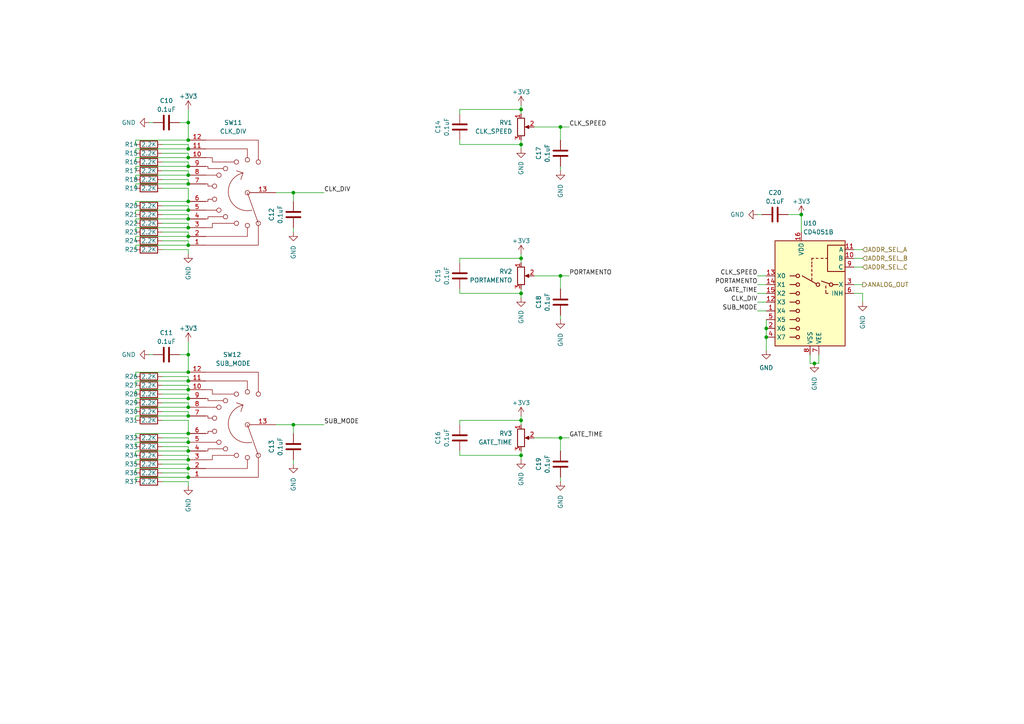
<source format=kicad_sch>
(kicad_sch (version 20211123) (generator eeschema)
  (paper "A4")
  (lib_symbols
    (symbol "Analog_Switch:CD4051B"
      (property "Reference" "U" (at -10.16 16.51 0))
      (property "Value" "CD4051B" (at 3.81 16.51 0))
      (symbol "CD4051B_0_1"
        (rectangle (start -10.16 6.35) (end -5.08 13.97) (stroke (width 0.254)))
        (rectangle (start -10.16 15.24) (end 10.16 -15.24) (stroke (width 0.254)) (fill (type background)))
        (circle (center -6.096 2.54) (radius 0.508) (stroke (width 0.254)))
        (circle (center -2.286 2.54) (radius 0.508) (stroke (width 0.254)))
        (polyline (pts (xy -8.128 2.54) (xy -6.604 2.54)) (stroke (width 0.254)))
        (polyline (pts (xy -5.588 2.794) (xy -3.302 3.556)) (stroke (width 0.254)))
        (polyline (pts (xy -4.572 0) (xy -5.207 0)) (stroke (width 0.254)))
        (polyline (pts (xy -4.572 0.254) (xy -4.572 0.889)) (stroke (width 0.254)))
        (polyline (pts (xy -4.572 1.524) (xy -4.572 2.159)) (stroke (width 0.254)))
        (polyline (pts (xy -4.572 10.16) (xy -5.08 10.16)) (stroke (width 0.254)))
        (polyline (pts (xy -3.81 10.16) (xy -3.175 10.16)) (stroke (width 0.254)))
        (polyline (pts (xy -1.778 2.794) (xy 2.286 5.08)) (stroke (width 0.254)))
        (polyline (pts (xy -1.778 10.16) (xy -2.286 10.16)) (stroke (width 0.254)))
        (polyline (pts (xy -0.508 3.81) (xy -0.508 4.445)) (stroke (width 0.254)))
        (polyline (pts (xy -0.508 5.08) (xy -0.508 5.715)) (stroke (width 0.254)))
        (polyline (pts (xy -0.508 6.35) (xy -0.508 6.985)) (stroke (width 0.254)))
        (polyline (pts (xy -0.508 7.62) (xy -0.508 8.255)) (stroke (width 0.254)))
        (polyline (pts (xy -0.508 8.636) (xy -0.508 9.144)) (stroke (width 0.254)))
        (polyline (pts (xy -0.508 9.652) (xy -0.508 10.16)) (stroke (width 0.254)))
        (polyline (pts (xy -0.508 10.16) (xy -1.016 10.16)) (stroke (width 0.254)))
        (polyline (pts (xy 4.064 -12.7) (xy 5.842 -12.7)) (stroke (width 0.254)))
        (polyline (pts (xy 4.064 -10.16) (xy 5.842 -10.16)) (stroke (width 0.254)))
        (polyline (pts (xy 4.064 -7.62) (xy 5.842 -7.62)) (stroke (width 0.254)))
        (polyline (pts (xy 4.064 -5.08) (xy 5.842 -5.08)) (stroke (width 0.254)))
        (polyline (pts (xy 4.064 -2.54) (xy 5.842 -2.54)) (stroke (width 0.254)))
        (polyline (pts (xy 4.064 0) (xy 5.842 0)) (stroke (width 0.254)))
        (polyline (pts (xy 4.064 2.54) (xy 5.842 2.54)) (stroke (width 0.254)))
        (polyline (pts (xy 4.064 5.08) (xy 5.842 5.08)) (stroke (width 0.254)))
        (circle (center 3.556 -12.7) (radius 0.508) (stroke (width 0.254)))
        (circle (center 3.556 -10.16) (radius 0.508) (stroke (width 0.254)))
        (circle (center 3.556 -7.62) (radius 0.508) (stroke (width 0.254)))
        (circle (center 3.556 -5.08) (radius 0.508) (stroke (width 0.254)))
        (circle (center 3.556 -2.54) (radius 0.508) (stroke (width 0.254)))
        (circle (center 3.556 0) (radius 0.508) (stroke (width 0.254)))
        (circle (center 3.556 2.54) (radius 0.508) (stroke (width 0.254)))
        (circle (center 3.556 5.08) (radius 0.508) (stroke (width 0.254)))
      )
      (symbol "CD4051B_1_1"
        (pin bidirectional line (at 12.7 -5.08 180) (length 2.54) (name "X4") (number "1"))
        (pin input line (at -12.7 10.16 0) (length 2.54) (name "B") (number "10"))
        (pin input line (at -12.7 12.7 0) (length 2.54) (name "A") (number "11"))
        (pin bidirectional line (at 12.7 -2.54 180) (length 2.54) (name "X3") (number "12"))
        (pin bidirectional line (at 12.7 5.08 180) (length 2.54) (name "X0") (number "13"))
        (pin bidirectional line (at 12.7 2.54 180) (length 2.54) (name "X1") (number "14"))
        (pin bidirectional line (at 12.7 0 180) (length 2.54) (name "X2") (number "15"))
        (pin power_in line (at 2.54 17.78 270) (length 2.54) (name "VDD") (number "16"))
        (pin bidirectional line (at 12.7 -10.16 180) (length 2.54) (name "X6") (number "2"))
        (pin bidirectional line (at -12.7 2.54 0) (length 2.54) (name "X") (number "3"))
        (pin bidirectional line (at 12.7 -12.7 180) (length 2.54) (name "X7") (number "4"))
        (pin bidirectional line (at 12.7 -7.62 180) (length 2.54) (name "X5") (number "5"))
        (pin input line (at -12.7 0 0) (length 2.54) (name "INH") (number "6"))
        (pin power_in line (at -2.54 -17.78 90) (length 2.54) (name "VEE") (number "7"))
        (pin power_in line (at 0 -17.78 90) (length 2.54) (name "VSS") (number "8"))
        (pin input line (at -12.7 7.62 0) (length 2.54) (name "C") (number "9"))
      )
    )
    (symbol "Device:C" (pin_numbers hide) (pin_names (offset 0.254))
      (property "Reference" "C" (at 0.635 2.54 0))
      (property "Value" "C" (at 0.635 -2.54 0))
      (symbol "C_0_1"
        (polyline (pts (xy -2.032 -0.762) (xy 2.032 -0.762)) (stroke (width 0.508)))
        (polyline (pts (xy -2.032 0.762) (xy 2.032 0.762)) (stroke (width 0.508)))
      )
      (symbol "C_1_1"
        (pin passive line (at 0 3.81 270) (length 2.794) (name "~") (number "1"))
        (pin passive line (at 0 -3.81 90) (length 2.794) (name "~") (number "2"))
      )
    )
    (symbol "Device:R" (pin_numbers hide) (pin_names (offset 0))
      (property "Reference" "R" (at 2.032 0 90))
      (property "Value" "R" (at 0 0 90))
      (symbol "R_0_1"
        (rectangle (start -1.016 -2.54) (end 1.016 2.54) (stroke (width 0.254)))
      )
      (symbol "R_1_1"
        (pin passive line (at 0 3.81 270) (length 1.27) (name "~") (number "1"))
        (pin passive line (at 0 -3.81 90) (length 1.27) (name "~") (number "2"))
      )
    )
    (symbol "Device:R_Potentiometer" (pin_names (offset 1.016) hide)
      (property "Reference" "RV" (at -4.445 0 90))
      (property "Value" "R_Potentiometer" (at -2.54 0 90))
      (symbol "R_Potentiometer_0_1"
        (polyline (pts (xy 2.54 0) (xy 1.524 0)))
        (polyline (pts (xy 1.143 0) (xy 2.286 0.508) (xy 2.286 -0.508) (xy 1.143 0)) (fill (type outline)))
        (rectangle (start 1.016 2.54) (end -1.016 -2.54) (stroke (width 0.254)))
      )
      (symbol "R_Potentiometer_1_1"
        (pin passive line (at 0 3.81 270) (length 1.27) (name "1") (number "1"))
        (pin passive line (at 3.81 0 180) (length 1.27) (name "2") (number "2"))
        (pin passive line (at 0 -3.81 90) (length 1.27) (name "3") (number "3"))
      )
    )
    (symbol "Switch:SW_Rotary12" (pin_names (offset 1.016) hide)
      (property "Reference" "SW" (at 0 17.78 0))
      (property "Value" "SW_Rotary12" (at 0 -17.78 0))
      (symbol "SW_Rotary12_0_0"
        (circle (center -10.16 -8.89) (radius 0.635))
        (circle (center -10.16 8.89) (radius 0.635))
        (circle (center -6.985 -9.525) (radius 0.635))
        (circle (center -6.985 0) (radius 0.635))
        (circle (center -6.985 9.525) (radius 0.635))
        (arc (start -5.715 -5.715) (mid -1.5995 0.937) (end -8.255 5.08))
        (circle (center -3.81 -8.89) (radius 0.635))
        (circle (center -3.81 8.89) (radius 0.635))
        (circle (center -0.635 -6.985) (radius 0.635))
        (circle (center -0.635 6.985) (radius 0.635))
        (polyline (pts (xy -6.985 0) (xy -10.16 8.89)))
        (polyline (pts (xy -5.715 -5.715) (xy -5.08 -3.81)))
        (polyline (pts (xy -5.715 -5.715) (xy -3.81 -6.35)))
        (polyline (pts (xy 1.905 -5.08) (xy 5.08 -5.08)))
        (polyline (pts (xy 1.905 5.08) (xy 5.08 5.08)))
        (polyline (pts (xy -10.16 -9.525) (xy -10.16 -15.24) (xy 5.08 -15.24)))
        (polyline (pts (xy -10.16 9.525) (xy -10.16 15.24) (xy 5.08 15.24)))
        (polyline (pts (xy -6.985 -10.16) (xy -6.985 -12.7) (xy 5.08 -12.7)))
        (polyline (pts (xy -6.985 10.16) (xy -6.985 12.7) (xy 5.08 12.7)))
        (polyline (pts (xy -3.175 -8.89) (xy 3.175 -8.89) (xy 3.175 -10.16) (xy 5.08 -10.16)))
        (polyline (pts (xy -3.175 8.89) (xy 3.175 8.89) (xy 3.175 10.16) (xy 5.08 10.16)))
        (polyline (pts (xy 0 -6.985) (xy 4.445 -6.985) (xy 4.445 -7.62) (xy 5.08 -7.62)))
        (polyline (pts (xy 0 6.985) (xy 4.445 6.985) (xy 4.445 7.62) (xy 5.08 7.62)))
        (polyline (pts (xy 3.175 -1.905) (xy 4.445 -1.905) (xy 4.445 -2.54) (xy 5.08 -2.54)))
        (polyline (pts (xy 3.175 1.905) (xy 4.445 1.905) (xy 4.445 2.54) (xy 5.08 2.54)))
        (circle (center 1.27 -5.08) (radius 0.635))
        (circle (center 1.27 5.08) (radius 0.635))
        (circle (center 2.54 -1.905) (radius 0.635))
        (circle (center 2.54 1.905) (radius 0.635))
      )
      (symbol "SW_Rotary12_0_1"
        (pin passive line (at 10.16 15.24 180) (length 5.08) (name "1") (number "1"))
        (pin passive line (at 10.16 -10.16 180) (length 5.08) (name "10") (number "10"))
        (pin passive line (at 10.16 -12.7 180) (length 5.08) (name "11") (number "11"))
        (pin passive line (at 10.16 -15.24 180) (length 5.08) (name "12") (number "12"))
        (pin passive line (at -15.24 0 0) (length 7.62) (name "13") (number "13"))
        (pin passive line (at 10.16 12.7 180) (length 5.08) (name "2") (number "2"))
        (pin passive line (at 10.16 10.16 180) (length 5.08) (name "3") (number "3"))
        (pin passive line (at 10.16 7.62 180) (length 5.08) (name "4") (number "4"))
        (pin passive line (at 10.16 5.08 180) (length 5.08) (name "5") (number "5"))
        (pin passive line (at 10.16 2.54 180) (length 5.08) (name "6") (number "6"))
        (pin passive line (at 10.16 -2.54 180) (length 5.08) (name "7") (number "7"))
        (pin passive line (at 10.16 -5.08 180) (length 5.08) (name "8") (number "8"))
        (pin passive line (at 10.16 -7.62 180) (length 5.08) (name "9") (number "9"))
      )
    )
    (symbol "power:+3.3V" (power) (pin_names (offset 0))
      (property "Value" "+3.3V" (at 0 3.556 0))
      (symbol "+3.3V_0_1"
        (polyline (pts (xy -0.762 1.27) (xy 0 2.54)))
        (polyline (pts (xy 0 0) (xy 0 2.54)))
        (polyline (pts (xy 0 2.54) (xy 0.762 1.27)))
      )
      (symbol "+3.3V_1_1"
        (pin power_in line (at 0 0 90) (length 0) hide (name "+3V3") (number "1"))
      )
    )
    (symbol "power:GND" (power) (pin_names (offset 0))
      (property "Value" "GND" (at 0 -3.81 0))
      (symbol "GND_0_1"
        (polyline (pts (xy 0 0) (xy 0 -1.27) (xy 1.27 -1.27) (xy 0 -2.54) (xy -1.27 -1.27) (xy 0 -1.27)))
      )
      (symbol "GND_1_1"
        (pin power_in line (at 0 0 270) (length 0) hide (name "GND") (number "1"))
      )
    )
  )
  (junction (at 54.61 133.35))
  (junction (at 54.61 45.72))
  (junction (at 54.61 60.96))
  (junction (at 162.56 36.83))
  (junction (at 54.61 40.64))
  (junction (at 54.61 135.89))
  (junction (at 232.41 62.23))
  (junction (at 151.13 41.91))
  (junction (at 54.61 50.8))
  (junction (at 54.61 107.95))
  (junction (at 54.61 125.73))
  (junction (at 162.56 127))
  (junction (at 222.25 97.79))
  (junction (at 54.61 138.43))
  (junction (at 54.61 115.57))
  (junction (at 222.25 95.25))
  (junction (at 151.13 132.08))
  (junction (at 54.61 102.87))
  (junction (at 151.13 31.75))
  (junction (at 54.61 130.81))
  (junction (at 54.61 71.12))
  (junction (at 54.61 43.18))
  (junction (at 54.61 110.49))
  (junction (at 151.13 74.93))
  (junction (at 54.61 48.26))
  (junction (at 54.61 128.27))
  (junction (at 54.61 118.11))
  (junction (at 54.61 66.04))
  (junction (at 54.61 53.34))
  (junction (at 236.22 105.41))
  (junction (at 54.61 113.03))
  (junction (at 162.56 80.01))
  (junction (at 85.09 123.19))
  (junction (at 54.61 63.5))
  (junction (at 54.61 120.65))
  (junction (at 85.09 55.88))
  (junction (at 151.13 85.09))
  (junction (at 54.61 58.42))
  (junction (at 54.61 68.58))
  (junction (at 151.13 121.92))
  (junction (at 54.61 35.56))
  (wire (pts (xy 151.13 41.91) (xy 151.13 43.18)))
  (wire (pts (xy 151.13 31.75) (xy 151.13 33.02)))
  (wire (pts (xy 133.35 41.91) (xy 151.13 41.91)))
  (wire (pts (xy 54.61 133.35) (xy 39.37 133.35)))
  (wire (pts (xy 39.37 107.95) (xy 39.37 109.22)))
  (wire (pts (xy 46.99 69.85) (xy 54.61 69.85)))
  (wire (pts (xy 54.61 49.53) (xy 54.61 50.8)))
  (wire (pts (xy 247.65 82.55) (xy 250.19 82.55)))
  (wire (pts (xy 46.99 116.84) (xy 54.61 116.84)))
  (wire (pts (xy 222.25 97.79) (xy 222.25 101.6)))
  (wire (pts (xy 54.61 43.18) (xy 39.37 43.18)))
  (wire (pts (xy 54.61 66.04) (xy 39.37 66.04)))
  (wire (pts (xy 162.56 83.82) (xy 162.56 80.01)))
  (wire (pts (xy 151.13 74.93) (xy 151.13 76.2)))
  (wire (pts (xy 151.13 121.92) (xy 151.13 123.19)))
  (wire (pts (xy 39.37 113.03) (xy 39.37 114.3)))
  (wire (pts (xy 54.61 137.16) (xy 54.61 138.43)))
  (wire (pts (xy 46.99 119.38) (xy 54.61 119.38)))
  (wire (pts (xy 46.99 132.08) (xy 54.61 132.08)))
  (wire (pts (xy 54.61 116.84) (xy 54.61 118.11)))
  (wire (pts (xy 222.25 92.71) (xy 222.25 95.25)))
  (wire (pts (xy 39.37 66.04) (xy 39.37 67.31)))
  (wire (pts (xy 54.61 64.77) (xy 54.61 66.04)))
  (wire (pts (xy 46.99 52.07) (xy 54.61 52.07)))
  (wire (pts (xy 54.61 35.56) (xy 54.61 40.64)))
  (wire (pts (xy 219.71 62.23) (xy 220.98 62.23)))
  (wire (pts (xy 52.07 35.56) (xy 54.61 35.56)))
  (wire (pts (xy 39.37 68.58) (xy 39.37 69.85)))
  (wire (pts (xy 162.56 139.7) (xy 162.56 138.43)))
  (wire (pts (xy 46.99 46.99) (xy 54.61 46.99)))
  (wire (pts (xy 162.56 40.64) (xy 162.56 36.83)))
  (wire (pts (xy 46.99 121.92) (xy 54.61 121.92)))
  (wire (pts (xy 54.61 118.11) (xy 39.37 118.11)))
  (wire (pts (xy 46.99 111.76) (xy 54.61 111.76)))
  (wire (pts (xy 39.37 125.73) (xy 39.37 127)))
  (wire (pts (xy 46.99 49.53) (xy 54.61 49.53)))
  (wire (pts (xy 247.65 72.39) (xy 250.19 72.39)))
  (wire (pts (xy 39.37 133.35) (xy 39.37 134.62)))
  (wire (pts (xy 46.99 67.31) (xy 54.61 67.31)))
  (wire (pts (xy 54.61 45.72) (xy 39.37 45.72)))
  (wire (pts (xy 162.56 127) (xy 165.1 127)))
  (wire (pts (xy 151.13 73.66) (xy 151.13 74.93)))
  (wire (pts (xy 46.99 129.54) (xy 54.61 129.54)))
  (wire (pts (xy 219.71 82.55) (xy 222.25 82.55)))
  (wire (pts (xy 39.37 71.12) (xy 39.37 72.39)))
  (wire (pts (xy 151.13 120.65) (xy 151.13 121.92)))
  (wire (pts (xy 54.61 130.81) (xy 39.37 130.81)))
  (wire (pts (xy 39.37 135.89) (xy 39.37 137.16)))
  (wire (pts (xy 54.61 67.31) (xy 54.61 68.58)))
  (wire (pts (xy 39.37 118.11) (xy 39.37 119.38)))
  (wire (pts (xy 39.37 58.42) (xy 39.37 59.69)))
  (wire (pts (xy 85.09 55.88) (xy 85.09 58.42)))
  (wire (pts (xy 154.94 36.83) (xy 162.56 36.83)))
  (wire (pts (xy 46.99 109.22) (xy 54.61 109.22)))
  (wire (pts (xy 151.13 130.81) (xy 151.13 132.08)))
  (wire (pts (xy 39.37 107.95) (xy 54.61 107.95)))
  (wire (pts (xy 162.56 36.83) (xy 165.1 36.83)))
  (wire (pts (xy 54.61 54.61) (xy 54.61 58.42)))
  (wire (pts (xy 237.49 105.41) (xy 237.49 102.87)))
  (wire (pts (xy 54.61 50.8) (xy 39.37 50.8)))
  (wire (pts (xy 54.61 128.27) (xy 39.37 128.27)))
  (wire (pts (xy 54.61 62.23) (xy 54.61 63.5)))
  (wire (pts (xy 52.07 102.87) (xy 54.61 102.87)))
  (wire (pts (xy 54.61 121.92) (xy 54.61 125.73)))
  (wire (pts (xy 54.61 111.76) (xy 54.61 113.03)))
  (wire (pts (xy 39.37 48.26) (xy 39.37 49.53)))
  (wire (pts (xy 39.37 40.64) (xy 54.61 40.64)))
  (wire (pts (xy 39.37 115.57) (xy 39.37 116.84)))
  (wire (pts (xy 162.56 49.53) (xy 162.56 48.26)))
  (wire (pts (xy 133.35 85.09) (xy 151.13 85.09)))
  (wire (pts (xy 54.61 110.49) (xy 39.37 110.49)))
  (wire (pts (xy 54.61 109.22) (xy 54.61 110.49)))
  (wire (pts (xy 247.65 85.09) (xy 250.19 85.09)))
  (wire (pts (xy 133.35 31.75) (xy 151.13 31.75)))
  (wire (pts (xy 46.99 62.23) (xy 54.61 62.23)))
  (wire (pts (xy 85.09 67.31) (xy 85.09 66.04)))
  (wire (pts (xy 133.35 132.08) (xy 151.13 132.08)))
  (wire (pts (xy 54.61 60.96) (xy 39.37 60.96)))
  (wire (pts (xy 54.61 114.3) (xy 54.61 115.57)))
  (wire (pts (xy 151.13 85.09) (xy 151.13 86.36)))
  (wire (pts (xy 133.35 121.92) (xy 151.13 121.92)))
  (wire (pts (xy 39.37 50.8) (xy 39.37 52.07)))
  (wire (pts (xy 133.35 74.93) (xy 151.13 74.93)))
  (wire (pts (xy 54.61 69.85) (xy 54.61 71.12)))
  (wire (pts (xy 54.61 48.26) (xy 39.37 48.26)))
  (wire (pts (xy 39.37 120.65) (xy 39.37 121.92)))
  (wire (pts (xy 219.71 80.01) (xy 222.25 80.01)))
  (wire (pts (xy 39.37 138.43) (xy 39.37 139.7)))
  (wire (pts (xy 80.01 123.19) (xy 85.09 123.19)))
  (wire (pts (xy 54.61 113.03) (xy 39.37 113.03)))
  (wire (pts (xy 250.19 85.09) (xy 250.19 87.63)))
  (wire (pts (xy 232.41 62.23) (xy 232.41 67.31)))
  (wire (pts (xy 133.35 83.82) (xy 133.35 85.09)))
  (wire (pts (xy 39.37 130.81) (xy 39.37 132.08)))
  (wire (pts (xy 219.71 90.17) (xy 222.25 90.17)))
  (wire (pts (xy 234.95 102.87) (xy 234.95 105.41)))
  (wire (pts (xy 54.61 53.34) (xy 39.37 53.34)))
  (wire (pts (xy 54.61 52.07) (xy 54.61 53.34)))
  (wire (pts (xy 54.61 120.65) (xy 39.37 120.65)))
  (wire (pts (xy 236.22 105.41) (xy 237.49 105.41)))
  (wire (pts (xy 54.61 139.7) (xy 54.61 140.97)))
  (wire (pts (xy 39.37 63.5) (xy 39.37 64.77)))
  (wire (pts (xy 54.61 46.99) (xy 54.61 48.26)))
  (wire (pts (xy 46.99 127) (xy 54.61 127)))
  (wire (pts (xy 54.61 127) (xy 54.61 128.27)))
  (wire (pts (xy 151.13 30.48) (xy 151.13 31.75)))
  (wire (pts (xy 54.61 63.5) (xy 39.37 63.5)))
  (wire (pts (xy 154.94 127) (xy 162.56 127)))
  (wire (pts (xy 162.56 80.01) (xy 165.1 80.01)))
  (wire (pts (xy 54.61 138.43) (xy 39.37 138.43)))
  (wire (pts (xy 46.99 139.7) (xy 54.61 139.7)))
  (wire (pts (xy 54.61 59.69) (xy 54.61 60.96)))
  (wire (pts (xy 54.61 102.87) (xy 54.61 107.95)))
  (wire (pts (xy 46.99 134.62) (xy 54.61 134.62)))
  (wire (pts (xy 85.09 123.19) (xy 93.98 123.19)))
  (wire (pts (xy 222.25 95.25) (xy 222.25 97.79)))
  (wire (pts (xy 39.37 43.18) (xy 39.37 44.45)))
  (wire (pts (xy 133.35 40.64) (xy 133.35 41.91)))
  (wire (pts (xy 46.99 59.69) (xy 54.61 59.69)))
  (wire (pts (xy 151.13 132.08) (xy 151.13 133.35)))
  (wire (pts (xy 54.61 129.54) (xy 54.61 130.81)))
  (wire (pts (xy 46.99 64.77) (xy 54.61 64.77)))
  (wire (pts (xy 133.35 130.81) (xy 133.35 132.08)))
  (wire (pts (xy 151.13 83.82) (xy 151.13 85.09)))
  (wire (pts (xy 54.61 99.06) (xy 54.61 102.87)))
  (wire (pts (xy 39.37 53.34) (xy 39.37 54.61)))
  (wire (pts (xy 39.37 128.27) (xy 39.37 129.54)))
  (wire (pts (xy 85.09 55.88) (xy 93.98 55.88)))
  (wire (pts (xy 54.61 115.57) (xy 39.37 115.57)))
  (wire (pts (xy 154.94 80.01) (xy 162.56 80.01)))
  (wire (pts (xy 46.99 137.16) (xy 54.61 137.16)))
  (wire (pts (xy 54.61 44.45) (xy 54.61 45.72)))
  (wire (pts (xy 54.61 41.91) (xy 54.61 43.18)))
  (wire (pts (xy 247.65 77.47) (xy 250.19 77.47)))
  (wire (pts (xy 46.99 44.45) (xy 54.61 44.45)))
  (wire (pts (xy 133.35 33.02) (xy 133.35 31.75)))
  (wire (pts (xy 54.61 119.38) (xy 54.61 120.65)))
  (wire (pts (xy 46.99 72.39) (xy 54.61 72.39)))
  (wire (pts (xy 54.61 71.12) (xy 39.37 71.12)))
  (wire (pts (xy 162.56 92.71) (xy 162.56 91.44)))
  (wire (pts (xy 54.61 72.39) (xy 54.61 73.66)))
  (wire (pts (xy 219.71 87.63) (xy 222.25 87.63)))
  (wire (pts (xy 247.65 74.93) (xy 250.19 74.93)))
  (wire (pts (xy 85.09 123.19) (xy 85.09 125.73)))
  (wire (pts (xy 39.37 45.72) (xy 39.37 46.99)))
  (wire (pts (xy 80.01 55.88) (xy 85.09 55.88)))
  (wire (pts (xy 39.37 110.49) (xy 39.37 111.76)))
  (wire (pts (xy 54.61 125.73) (xy 39.37 125.73)))
  (wire (pts (xy 228.6 62.23) (xy 232.41 62.23)))
  (wire (pts (xy 54.61 132.08) (xy 54.61 133.35)))
  (wire (pts (xy 219.71 85.09) (xy 222.25 85.09)))
  (wire (pts (xy 46.99 54.61) (xy 54.61 54.61)))
  (wire (pts (xy 39.37 40.64) (xy 39.37 41.91)))
  (wire (pts (xy 54.61 58.42) (xy 39.37 58.42)))
  (wire (pts (xy 43.18 35.56) (xy 44.45 35.56)))
  (wire (pts (xy 46.99 41.91) (xy 54.61 41.91)))
  (wire (pts (xy 162.56 130.81) (xy 162.56 127)))
  (wire (pts (xy 133.35 123.19) (xy 133.35 121.92)))
  (wire (pts (xy 234.95 105.41) (xy 236.22 105.41)))
  (wire (pts (xy 85.09 134.62) (xy 85.09 133.35)))
  (wire (pts (xy 54.61 135.89) (xy 39.37 135.89)))
  (wire (pts (xy 54.61 31.75) (xy 54.61 35.56)))
  (wire (pts (xy 43.18 102.87) (xy 44.45 102.87)))
  (wire (pts (xy 133.35 76.2) (xy 133.35 74.93)))
  (wire (pts (xy 46.99 114.3) (xy 54.61 114.3)))
  (wire (pts (xy 151.13 40.64) (xy 151.13 41.91)))
  (wire (pts (xy 54.61 134.62) (xy 54.61 135.89)))
  (wire (pts (xy 39.37 60.96) (xy 39.37 62.23)))
  (wire (pts (xy 54.61 68.58) (xy 39.37 68.58)))
  (label "PORTAMENTO" (at 219.71 82.55 180))
  (label "PORTAMENTO" (at 165.1 80.01 0))
  (label "CLK_DIV" (at 93.98 55.88 0))
  (label "SUB_MODE" (at 93.98 123.19 0))
  (label "GATE_TIME" (at 219.71 85.09 180))
  (label "CLK_DIV" (at 219.71 87.63 180))
  (label "SUB_MODE" (at 219.71 90.17 180))
  (label "GATE_TIME" (at 165.1 127 0))
  (label "CLK_SPEED" (at 165.1 36.83 0))
  (label "CLK_SPEED" (at 219.71 80.01 180))
  (hierarchical_label "ANALOG_OUT" (shape output) (at 250.19 82.55 0))
  (hierarchical_label "ADDR_SEL_A" (shape input) (at 250.19 72.39 0))
  (hierarchical_label "ADDR_SEL_C" (shape input) (at 250.19 77.47 0))
  (hierarchical_label "ADDR_SEL_B" (shape input) (at 250.19 74.93 0))
  (symbol (lib_id "Device:R") (at 43.18 127 90) (unit 1)
    (property "Reference" "R32" (at 38.1 127 90))
    (property "Value" "2.2K" (at 43.18 127 90))
    (property "Supplier" "Tayda" (effects hide))
  )
  (symbol (lib_id "Device:R") (at 43.18 134.62 90) (unit 1)
    (property "Reference" "R35" (at 38.1 134.62 90))
    (property "Value" "2.2K" (at 43.18 134.62 90))
    (property "Supplier" "Tayda" (effects hide))
  )
  (symbol (lib_id "Device:C") (at 224.79 62.23 90) (unit 1)
    (property "Reference" "C20" (at 224.79 55.88 90))
    (property "Value" "0.1uF" (at 224.79 58.42 90))
    (property "Footprint" "AEC_Capacitors:C_Disc_D5.0mm_W2.5mm_P3.0mm" (effects hide))
    (property "Supplier" "Tayda" (effects hide))
    (property "Manufacturer" "AEC" (effects hide))
    (property "Manufacturer Part No." "0.1uF 50V Ceramic Disc Capacitor" (effects hide))
    (property "Supplier Part No." "A-4008" (effects hide))
  )
  (symbol (lib_id "Switch:SW_Rotary12") (at 64.77 123.19 180) (unit 1)
    (property "Reference" "SW12" (at 67.31 102.87 0))
    (property "Value" "SUB_MODE" (at 67.6275 105.41 0))
    (property "Footprint" "SamacSys_Parts:SR2612F011221R0BD8N" (effects hide))
    (property "Datasheet" "http://cdn-reichelt.de/documents/datenblatt/C200/DS-Serie%23LOR.pdf" (effects hide))
    (property "Supplier" "Mouser" (effects hide))
    (property "Manufacturer" "Alpha" (effects hide))
    (property "Manufacturer Part No." "SR2612F-0112-38F5B-D8-S " (effects hide))
    (property "Supplier Part No." "105-SR2612F-12-38S " (effects hide))
  )
  (symbol (lib_id "Device:R") (at 43.18 59.69 90) (unit 1)
    (property "Reference" "R20" (at 38.1 59.69 90))
    (property "Value" "2.2K" (at 43.18 59.69 90))
    (property "Supplier" "Tayda" (effects hide))
  )
  (symbol (lib_id "Device:C") (at 133.35 127 180) (unit 1)
    (property "Reference" "C16" (at 127 127 90))
    (property "Value" "0.1uF" (at 129.54 127 90))
    (property "Footprint" "AEC_Capacitors:C_Disc_D5.0mm_W2.5mm_P3.0mm" (effects hide))
    (property "Supplier" "Tayda" (effects hide))
    (property "Manufacturer" "AEC" (effects hide))
    (property "Manufacturer Part No." "0.1uF 50V Ceramic Disc Capacitor" (effects hide))
    (property "Supplier Part No." "A-4008" (effects hide))
  )
  (symbol (lib_id "power:+3.3V") (at 151.13 120.65 0) (unit 1)
    (property "Reference" "#PWR062" (effects hide))
    (property "Value" "+3.3V" (at 151.13 116.84 0))
  )
  (symbol (lib_id "power:GND") (at 43.18 102.87 270) (unit 1)
    (property "Reference" "#PWR051" (effects hide))
    (property "Value" "GND" (at 39.37 102.8699 90) (effects (justify right)))
  )
  (symbol (lib_id "Device:R") (at 43.18 129.54 90) (unit 1)
    (property "Reference" "R33" (at 38.1 129.54 90))
    (property "Value" "2.2K" (at 43.18 129.54 90))
    (property "Supplier" "Tayda" (effects hide))
  )
  (symbol (lib_id "Device:R") (at 43.18 62.23 90) (unit 1)
    (property "Reference" "R21" (at 38.1 62.23 90))
    (property "Value" "2.2K" (at 43.18 62.23 90))
    (property "Supplier" "Tayda" (effects hide))
  )
  (symbol (lib_id "power:GND") (at 162.56 139.7 0) (unit 1)
    (property "Reference" "#PWR066" (effects hide))
    (property "Value" "GND" (at 162.5599 143.51 90) (effects (justify right)))
  )
  (symbol (lib_id "Device:C") (at 162.56 134.62 180) (unit 1)
    (property "Reference" "C19" (at 156.21 134.62 90))
    (property "Value" "0.1uF" (at 158.75 134.62 90))
    (property "Footprint" "AEC_Capacitors:C_Disc_D5.0mm_W2.5mm_P3.0mm" (effects hide))
    (property "Supplier" "Tayda" (effects hide))
    (property "Manufacturer" "AEC" (effects hide))
    (property "Manufacturer Part No." "0.1uF 50V Ceramic Disc Capacitor" (effects hide))
    (property "Supplier Part No." "A-4008" (effects hide))
  )
  (symbol (lib_id "power:GND") (at 151.13 86.36 0) (unit 1)
    (property "Reference" "#PWR061" (effects hide))
    (property "Value" "GND" (at 151.13 93.98 90) (effects (justify left)))
  )
  (symbol (lib_id "Device:C") (at 85.09 129.54 180) (unit 1)
    (property "Reference" "C13" (at 78.74 129.54 90))
    (property "Value" "0.1uF" (at 81.28 129.54 90))
    (property "Footprint" "AEC_Capacitors:C_Disc_D5.0mm_W2.5mm_P3.0mm" (effects hide))
    (property "Supplier" "Tayda" (effects hide))
    (property "Manufacturer" "AEC" (effects hide))
    (property "Manufacturer Part No." "0.1uF 50V Ceramic Disc Capacitor" (effects hide))
    (property "Supplier Part No." "A-4008" (effects hide))
  )
  (symbol (lib_id "Device:C") (at 48.26 35.56 90) (unit 1)
    (property "Reference" "C10" (at 48.26 29.21 90))
    (property "Value" "0.1uF" (at 48.26 31.75 90))
    (property "Footprint" "AEC_Capacitors:C_Disc_D5.0mm_W2.5mm_P3.0mm" (effects hide))
    (property "Supplier" "Tayda" (effects hide))
    (property "Manufacturer" "AEC" (effects hide))
    (property "Manufacturer Part No." "0.1uF 50V Ceramic Disc Capacitor" (effects hide))
    (property "Supplier Part No." "A-4008" (effects hide))
  )
  (symbol (lib_id "power:GND") (at 85.09 67.31 0) (unit 1)
    (property "Reference" "#PWR056" (effects hide))
    (property "Value" "GND" (at 85.0899 71.12 90) (effects (justify right)))
  )
  (symbol (lib_id "power:+3.3V") (at 54.61 31.75 0) (unit 1)
    (property "Reference" "#PWR052" (effects hide))
    (property "Value" "+3.3V" (at 54.61 27.94 0))
  )
  (symbol (lib_id "power:+3.3V") (at 151.13 30.48 0) (unit 1)
    (property "Reference" "#PWR058" (effects hide))
    (property "Value" "+3.3V" (at 151.13 26.67 0))
  )
  (symbol (lib_id "Analog_Switch:CD4051B") (at 234.95 85.09 0) (mirror y) (unit 1)
    (property "Reference" "U10" (at 232.9306 64.77 0) (effects (justify right)))
    (property "Value" "CD4051B" (at 232.9306 67.31 0) (effects (justify right)))
    (property "Datasheet" "http://www.ti.com/lit/ds/symlink/cd4052b.pdf" (effects hide))
  )
  (symbol (lib_id "power:+3.3V") (at 54.61 99.06 0) (unit 1)
    (property "Reference" "#PWR054" (effects hide))
    (property "Value" "+3.3V" (at 54.61 95.25 0))
  )
  (symbol (lib_id "Device:R") (at 43.18 67.31 90) (unit 1)
    (property "Reference" "R23" (at 38.1 67.31 90))
    (property "Value" "2.2K" (at 43.18 67.31 90))
    (property "Supplier" "Tayda" (effects hide))
  )
  (symbol (lib_id "power:+3.3V") (at 232.41 62.23 0) (unit 1)
    (property "Reference" "#PWR069" (effects hide))
    (property "Value" "+3.3V" (at 232.41 58.42 0))
  )
  (symbol (lib_id "power:GND") (at 236.22 105.41 0) (unit 1)
    (property "Reference" "#PWR070" (effects hide))
    (property "Value" "GND" (at 236.2199 109.22 90) (effects (justify right)))
  )
  (symbol (lib_id "power:GND") (at 151.13 43.18 0) (unit 1)
    (property "Reference" "#PWR059" (effects hide))
    (property "Value" "GND" (at 151.13 50.8 90) (effects (justify left)))
  )
  (symbol (lib_id "Device:R") (at 43.18 46.99 90) (unit 1)
    (property "Reference" "R16" (at 38.1 46.99 90))
    (property "Value" "2.2K" (at 43.18 46.99 90))
    (property "Supplier" "Tayda" (effects hide))
  )
  (symbol (lib_id "Device:C") (at 162.56 44.45 180) (unit 1)
    (property "Reference" "C17" (at 156.21 44.45 90))
    (property "Value" "0.1uF" (at 158.75 44.45 90))
    (property "Footprint" "AEC_Capacitors:C_Disc_D5.0mm_W2.5mm_P3.0mm" (effects hide))
    (property "Supplier" "Tayda" (effects hide))
    (property "Manufacturer" "AEC" (effects hide))
    (property "Manufacturer Part No." "0.1uF 50V Ceramic Disc Capacitor" (effects hide))
    (property "Supplier Part No." "A-4008" (effects hide))
  )
  (symbol (lib_id "Device:R") (at 43.18 121.92 90) (unit 1)
    (property "Reference" "R31" (at 38.1 121.92 90))
    (property "Value" "2.2K" (at 43.18 121.92 90))
    (property "Supplier" "Tayda" (effects hide))
  )
  (symbol (lib_id "power:GND") (at 54.61 140.97 0) (unit 1)
    (property "Reference" "#PWR055" (effects hide))
    (property "Value" "GND" (at 54.61 148.59 90) (effects (justify left)))
  )
  (symbol (lib_id "power:GND") (at 54.61 73.66 0) (unit 1)
    (property "Reference" "#PWR053" (effects hide))
    (property "Value" "GND" (at 54.61 81.28 90) (effects (justify left)))
  )
  (symbol (lib_id "Switch:SW_Rotary12") (at 64.77 55.88 180) (unit 1)
    (property "Reference" "SW11" (at 67.6275 35.56 0))
    (property "Value" "CLK_DIV" (at 67.6275 38.1 0))
    (property "Footprint" "SamacSys_Parts:SR2612F011221R0BD8N" (effects hide))
    (property "Datasheet" "http://cdn-reichelt.de/documents/datenblatt/C200/DS-Serie%23LOR.pdf" (effects hide))
    (property "Supplier" "Mouser" (effects hide))
    (property "Manufacturer" "Alpha" (effects hide))
    (property "Manufacturer Part No." "SR2612F-0112-38F5B-D8-S " (effects hide))
    (property "Supplier Part No." "105-SR2612F-12-38S " (effects hide))
  )
  (symbol (lib_id "power:GND") (at 222.25 101.6 0) (unit 1)
    (property "Reference" "#PWR068" (effects hide))
    (property "Value" "GND" (at 222.25 106.68 0))
  )
  (symbol (lib_id "Device:R") (at 43.18 54.61 90) (unit 1)
    (property "Reference" "R19" (at 38.1 54.61 90))
    (property "Value" "2.2K" (at 43.18 54.61 90))
    (property "Supplier" "Tayda" (effects hide))
  )
  (symbol (lib_id "Device:R") (at 43.18 111.76 90) (unit 1)
    (property "Reference" "R27" (at 38.1 111.76 90))
    (property "Value" "2.2K" (at 43.18 111.76 90))
    (property "Supplier" "Tayda" (effects hide))
  )
  (symbol (lib_id "Device:C") (at 133.35 36.83 180) (unit 1)
    (property "Reference" "C14" (at 127 36.83 90))
    (property "Value" "0.1uF" (at 129.54 36.83 90))
    (property "Footprint" "AEC_Capacitors:C_Disc_D5.0mm_W2.5mm_P3.0mm" (effects hide))
    (property "Supplier" "Tayda" (effects hide))
    (property "Manufacturer" "AEC" (effects hide))
    (property "Manufacturer Part No." "0.1uF 50V Ceramic Disc Capacitor" (effects hide))
    (property "Supplier Part No." "A-4008" (effects hide))
  )
  (symbol (lib_id "Device:R") (at 43.18 41.91 90) (unit 1)
    (property "Reference" "R14" (at 38.1 41.91 90))
    (property "Value" "2.2K" (at 43.18 41.91 90))
    (property "Supplier" "Tayda" (effects hide))
  )
  (symbol (lib_id "Device:C") (at 162.56 87.63 180) (unit 1)
    (property "Reference" "C18" (at 156.21 87.63 90))
    (property "Value" "0.1uF" (at 158.75 87.63 90))
    (property "Footprint" "AEC_Capacitors:C_Disc_D5.0mm_W2.5mm_P3.0mm" (effects hide))
    (property "Supplier" "Tayda" (effects hide))
    (property "Manufacturer" "AEC" (effects hide))
    (property "Manufacturer Part No." "0.1uF 50V Ceramic Disc Capacitor" (effects hide))
    (property "Supplier Part No." "A-4008" (effects hide))
  )
  (symbol (lib_id "Device:R") (at 43.18 52.07 90) (unit 1)
    (property "Reference" "R18" (at 38.1 52.07 90))
    (property "Value" "2.2K" (at 43.18 52.07 90))
    (property "Supplier" "Tayda" (effects hide))
  )
  (symbol (lib_id "Device:C") (at 48.26 102.87 90) (unit 1)
    (property "Reference" "C11" (at 48.26 96.52 90))
    (property "Value" "0.1uF" (at 48.26 99.06 90))
    (property "Footprint" "AEC_Capacitors:C_Disc_D5.0mm_W2.5mm_P3.0mm" (effects hide))
    (property "Supplier" "Tayda" (effects hide))
    (property "Manufacturer" "AEC" (effects hide))
    (property "Manufacturer Part No." "0.1uF 50V Ceramic Disc Capacitor" (effects hide))
    (property "Supplier Part No." "A-4008" (effects hide))
  )
  (symbol (lib_id "power:GND") (at 162.56 92.71 0) (unit 1)
    (property "Reference" "#PWR065" (effects hide))
    (property "Value" "GND" (at 162.5599 96.52 90) (effects (justify right)))
  )
  (symbol (lib_id "Device:R") (at 43.18 139.7 90) (unit 1)
    (property "Reference" "R37" (at 38.1 139.7 90))
    (property "Value" "2.2K" (at 43.18 139.7 90))
    (property "Supplier" "Tayda" (effects hide))
  )
  (symbol (lib_id "Device:R") (at 43.18 137.16 90) (unit 1)
    (property "Reference" "R36" (at 38.1 137.16 90))
    (property "Value" "2.2K" (at 43.18 137.16 90))
    (property "Supplier" "Tayda" (effects hide))
  )
  (symbol (lib_id "Device:R") (at 43.18 119.38 90) (unit 1)
    (property "Reference" "R30" (at 38.1 119.38 90))
    (property "Value" "2.2K" (at 43.18 119.38 90))
    (property "Supplier" "Tayda" (effects hide))
  )
  (symbol (lib_id "power:GND") (at 162.56 49.53 0) (unit 1)
    (property "Reference" "#PWR064" (effects hide))
    (property "Value" "GND" (at 162.5599 53.34 90) (effects (justify right)))
  )
  (symbol (lib_id "Device:R") (at 43.18 114.3 90) (unit 1)
    (property "Reference" "R28" (at 38.1 114.3 90))
    (property "Value" "2.2K" (at 43.18 114.3 90))
    (property "Supplier" "Tayda" (effects hide))
  )
  (symbol (lib_id "Device:R") (at 43.18 72.39 90) (unit 1)
    (property "Reference" "R25" (at 38.1 72.39 90))
    (property "Value" "2.2K" (at 43.18 72.39 90))
    (property "Supplier" "Tayda" (effects hide))
  )
  (symbol (lib_id "Device:R") (at 43.18 49.53 90) (unit 1)
    (property "Reference" "R17" (at 38.1 49.53 90))
    (property "Value" "2.2K" (at 43.18 49.53 90))
    (property "Supplier" "Tayda" (effects hide))
  )
  (symbol (lib_id "Device:R_Potentiometer") (at 151.13 80.01 0) (unit 1)
    (property "Reference" "RV2" (at 148.59 78.7399 0) (effects (justify right)))
    (property "Value" "PORTAMENTO" (at 148.59 81.2799 0) (effects (justify right)))
    (property "Supplier" "Tayda" (effects hide))
  )
  (symbol (lib_id "Device:R") (at 43.18 116.84 90) (unit 1)
    (property "Reference" "R29" (at 38.1 116.84 90))
    (property "Value" "2.2K" (at 43.18 116.84 90))
    (property "Supplier" "Tayda" (effects hide))
  )
  (symbol (lib_id "Device:C") (at 85.09 62.23 180) (unit 1)
    (property "Reference" "C12" (at 78.74 62.23 90))
    (property "Value" "0.1uF" (at 81.28 62.23 90))
    (property "Footprint" "AEC_Capacitors:C_Disc_D5.0mm_W2.5mm_P3.0mm" (effects hide))
    (property "Supplier" "Tayda" (effects hide))
    (property "Manufacturer" "AEC" (effects hide))
    (property "Manufacturer Part No." "0.1uF 50V Ceramic Disc Capacitor" (effects hide))
    (property "Supplier Part No." "A-4008" (effects hide))
  )
  (symbol (lib_id "Device:R_Potentiometer") (at 151.13 36.83 0) (unit 1)
    (property "Reference" "RV1" (at 148.59 35.5599 0) (effects (justify right)))
    (property "Value" "CLK_SPEED" (at 148.59 38.0999 0) (effects (justify right)))
    (property "Supplier" "Tayda" (effects hide))
  )
  (symbol (lib_id "power:GND") (at 85.09 134.62 0) (unit 1)
    (property "Reference" "#PWR057" (effects hide))
    (property "Value" "GND" (at 85.0899 138.43 90) (effects (justify right)))
  )
  (symbol (lib_id "Device:C") (at 133.35 80.01 180) (unit 1)
    (property "Reference" "C15" (at 127 80.01 90))
    (property "Value" "0.1uF" (at 129.54 80.01 90))
    (property "Footprint" "AEC_Capacitors:C_Disc_D5.0mm_W2.5mm_P3.0mm" (effects hide))
    (property "Supplier" "Tayda" (effects hide))
    (property "Manufacturer" "AEC" (effects hide))
    (property "Manufacturer Part No." "0.1uF 50V Ceramic Disc Capacitor" (effects hide))
    (property "Supplier Part No." "A-4008" (effects hide))
  )
  (symbol (lib_id "Device:R_Potentiometer") (at 151.13 127 0) (unit 1)
    (property "Reference" "RV3" (at 148.59 125.7299 0) (effects (justify right)))
    (property "Value" "GATE_TIME" (at 148.59 128.2699 0) (effects (justify right)))
    (property "Supplier" "Tayda" (effects hide))
  )
  (symbol (lib_id "power:GND") (at 151.13 133.35 0) (unit 1)
    (property "Reference" "#PWR063" (effects hide))
    (property "Value" "GND" (at 151.13 140.97 90) (effects (justify left)))
  )
  (symbol (lib_id "Device:R") (at 43.18 69.85 90) (unit 1)
    (property "Reference" "R24" (at 38.1 69.85 90))
    (property "Value" "2.2K" (at 43.18 69.85 90))
    (property "Supplier" "Tayda" (effects hide))
  )
  (symbol (lib_id "power:GND") (at 219.71 62.23 270) (unit 1)
    (property "Reference" "#PWR067" (effects hide))
    (property "Value" "GND" (at 215.9 62.2299 90) (effects (justify right)))
  )
  (symbol (lib_id "power:+3.3V") (at 151.13 73.66 0) (unit 1)
    (property "Reference" "#PWR060" (effects hide))
    (property "Value" "+3.3V" (at 151.13 69.85 0))
  )
  (symbol (lib_id "Device:R") (at 43.18 64.77 90) (unit 1)
    (property "Reference" "R22" (at 38.1 64.77 90))
    (property "Value" "2.2K" (at 43.18 64.77 90))
    (property "Supplier" "Tayda" (effects hide))
  )
  (symbol (lib_id "Device:R") (at 43.18 132.08 90) (unit 1)
    (property "Reference" "R34" (at 38.1 132.08 90))
    (property "Value" "2.2K" (at 43.18 132.08 90))
    (property "Supplier" "Tayda" (effects hide))
  )
  (symbol (lib_id "power:GND") (at 43.18 35.56 270) (unit 1)
    (property "Reference" "#PWR050" (effects hide))
    (property "Value" "GND" (at 39.37 35.5599 90) (effects (justify right)))
  )
  (symbol (lib_id "Device:R") (at 43.18 44.45 90) (unit 1)
    (property "Reference" "R15" (at 38.1 44.45 90))
    (property "Value" "2.2K" (at 43.18 44.45 90))
    (property "Supplier" "Tayda" (effects hide))
  )
  (symbol (lib_id "power:GND") (at 250.19 87.63 0) (unit 1)
    (property "Reference" "#PWR071" (effects hide))
    (property "Value" "GND" (at 250.1899 91.44 90) (effects (justify right)))
  )
  (symbol (lib_id "Device:R") (at 43.18 109.22 90) (unit 1)
    (property "Reference" "R26" (at 38.1 109.22 90))
    (property "Value" "2.2K" (at 43.18 109.22 90))
    (property "Supplier" "Tayda" (effects hide))
  )
)
</source>
